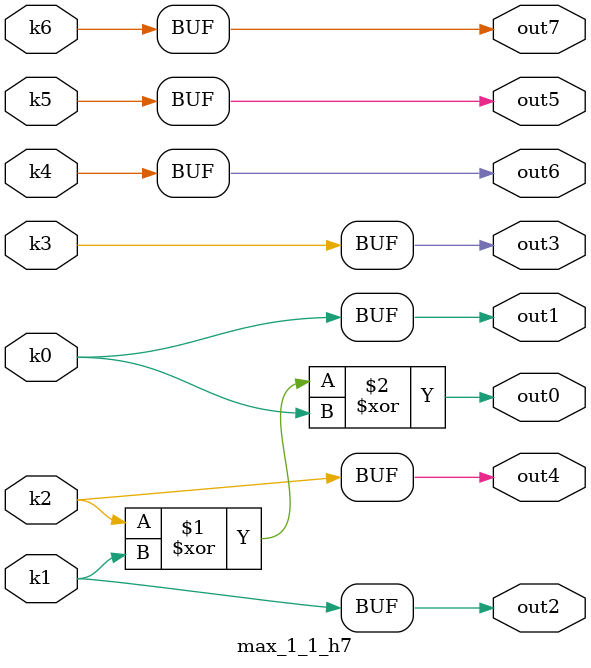
<source format=v>
module max_1_1(pi0, pi1, pi2, pi3, pi4, pi5, pi6, pi7, po0, po1, po2, po3, po4, po5, po6, po7);
input pi0, pi1, pi2, pi3, pi4, pi5, pi6, pi7;
output po0, po1, po2, po3, po4, po5, po6, po7;
wire k0, k1, k2, k3, k4, k5, k6;
max_1_1_w7 DUT1 (pi0, pi1, pi2, pi3, pi4, pi5, pi6, pi7, k0, k1, k2, k3, k4, k5, k6);
max_1_1_h7 DUT2 (k0, k1, k2, k3, k4, k5, k6, po0, po1, po2, po3, po4, po5, po6, po7);
endmodule

module max_1_1_w7(in7, in6, in5, in4, in3, in2, in1, in0, k6, k5, k4, k3, k2, k1, k0);
input in7, in6, in5, in4, in3, in2, in1, in0;
output k6, k5, k4, k3, k2, k1, k0;
assign k0 =   in0 ? in2 : (in3 ? ~in7 : ~in5);
assign k1 =   in1 & (in3 ? in6 : in4);
assign k2 =   in2 & (in3 ? in7 : in5);
assign k3 =   (in2 | (in3 ? in7 : in5)) & (in1 | (in3 ? in6 : in4));
assign k4 =   ~in7 & in5;
assign k5 =   (in5 | ~in7) & (in4 | ~in6);
assign k6 =   ~in6 & in4;
endmodule

module max_1_1_h7(k6, k5, k4, k3, k2, k1, k0, out7, out6, out5, out4, out3, out2, out1, out0);
input k6, k5, k4, k3, k2, k1, k0;
output out7, out6, out5, out4, out3, out2, out1, out0;
assign out0 = k2 ^ k1 ^ k0;
assign out1 = k0;
assign out2 = k1;
assign out3 = k3;
assign out4 = k2;
assign out5 = k5;
assign out6 = k4;
assign out7 = k6;
endmodule

</source>
